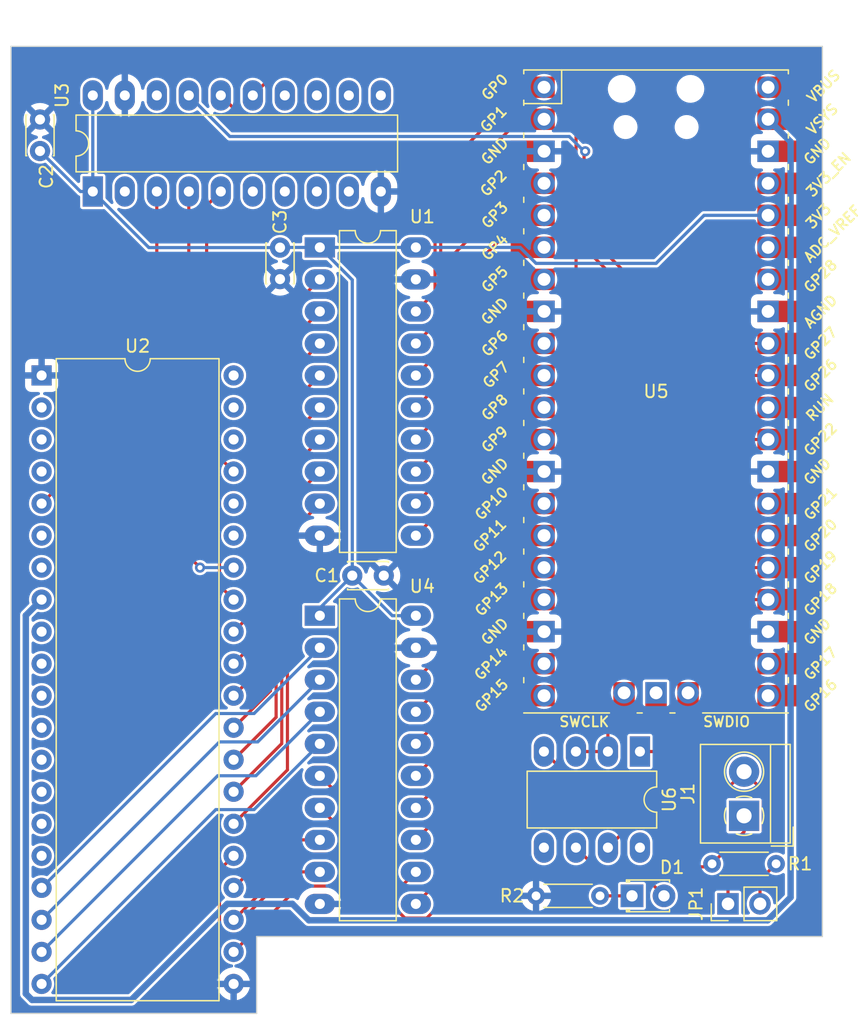
<source format=kicad_pcb>
(kicad_pcb (version 20210424) (generator pcbnew)
  (layers (0 "F.Cu" signal) (31 "B.Cu" signal) (34 "B.Paste" user) (35 "F.Paste" user) (36 "B.SilkS" user "B.Silkscreen") (37 "F.SilkS" user "F.Silkscreen") (38 "B.Mask" user) (39 "F.Mask" user) (44 "Edge.Cuts" user))
  (net 0 "")
  (net 1 "GND")
  (net 2 "Net-(U2-Pad20)")
  (net 3 "Net-(J1-Pad1)")
  (net 4 "Net-(U2-Pad19)")
  (net 5 "Net-(U2-Pad18)")
  (net 6 "Net-(U2-Pad17)")
  (net 7 "Net-(U2-Pad34)")
  (net 8 "Net-(J1-Pad2)")
  (net 9 "Net-(U1-Pad2)")
  (net 10 "Net-(U1-Pad3)")
  (net 11 "Net-(U1-Pad4)")
  (net 12 "Net-(U1-Pad5)")
  (net 13 "Net-(U1-Pad6)")
  (net 14 "Net-(U1-Pad7)")
  (net 15 "Net-(U2-Pad25)")
  (net 16 "Net-(U2-Pad5)")
  (net 17 "Net-(U2-Pad24)")
  (net 18 "Net-(U2-Pad23)")
  (net 19 "Net-(U2-Pad22)")
  (net 20 "+3V3")
  (net 21 "Net-(U2-Pad37)")
  (net 22 "/cpu/D7")
  (net 23 "/cpu/D6")
  (net 24 "/cpu/D5")
  (net 25 "/cpu/D4")
  (net 26 "/cpu/D3")
  (net 27 "/cpu/D2")
  (net 28 "/cpu/D1")
  (net 29 "/cpu/D0")
  (net 30 "Net-(U5-Pad21)")
  (net 31 "Net-(U5-Pad22)")
  (net 32 "Net-(U5-Pad24)")
  (net 33 "Net-(D1-Pad2)")
  (net 34 "+5V")
  (net 35 "/cpu/A15")
  (net 36 "/cpu/A14")
  (net 37 "/cpu/A13")
  (net 38 "/cpu/A12")
  (net 39 "/cpu/A11")
  (net 40 "/cpu/A10")
  (net 41 "/cpu/A9")
  (net 42 "/cpu/A8")
  (net 43 "Net-(U1-Pad8)")
  (net 44 "Net-(U1-Pad9)")
  (net 45 "Net-(D1-Pad1)")
  (net 46 "Net-(R1-Pad2)")
  (net 57 "/cpu/E")
  (net 58 "/cpu/R{slash}W")
  (net 59 "/cpu/VMA")
  (footprint "Connector_PinHeader_2.54mm:PinHeader_1x02_P2.54mm_Vertical" (layer "F.Cu") (at 145.41 143.51 90)
    (fp_text reference "JP1")
    (fp_text value "Jumper")
  )
  (footprint "Package_DIP:DIP-8_W7.62mm_LongPads" (layer "F.Cu") (at 138.42 131.43 -90)
    (fp_text reference "U6")
    (fp_text value "MAX485E")
  )
  (footprint "Package_DIP:DIP-20_W7.62mm_LongPads" (layer "F.Cu") (at 113.015 120.655)
    (fp_text reference "U4")
    (fp_text value "74HC245")
  )
  (footprint "Resistor_THT:R_Axial_DIN0204_L3.6mm_D1.6mm_P5.08mm_Horizontal" (layer "F.Cu") (at 135.255 142.875 180)
    (fp_text reference "R2")
    (fp_text value "R")
  )
  (footprint "Package_DIP:DIP-20_W7.62mm_LongPads" (layer "F.Cu") (at 113.015 91.445)
    (fp_text reference "U1")
    (fp_text value "74HC245")
  )
  (footprint "TerminalBlock_4Ucon:TerminalBlock_4Ucon_1x02_P3.50mm_Horizontal" (layer "F.Cu") (at 146.685 136.525 90)
    (fp_text reference "J1")
    (fp_text value "Screw_Terminal_01x02")
  )
  (footprint "MCU_RaspberryPi_and_Boards:RPi_Pico_SMD_TH" (layer "F.Cu") (at 139.7 102.87)
    (fp_text reference "U5")
    (fp_text value "Pico")
  )
  (footprint "Capacitor_THT:C_Disc_D3.0mm_W2.0mm_P2.50mm" (layer "F.Cu") (at 109.855 91.46 -90)
    (fp_text reference "C3")
    (fp_text value "100n")
  )
  (footprint "Capacitor_THT:C_Disc_D3.0mm_W2.0mm_P2.50mm" (layer "F.Cu") (at 115.59 117.475)
    (fp_text reference "C1")
    (fp_text value "100n")
  )
  (footprint "LED_THT:LED_D1.8mm_W3.3mm_H2.4mm" (layer "F.Cu") (at 137.79 142.875)
    (fp_text reference "D1")
    (fp_text value "LED")
  )
  (footprint "Package_DIP:DIP-20_W7.62mm_LongPads" (layer "F.Cu") (at 94.996 87.01 90)
    (fp_text reference "U3")
    (fp_text value "74HC245")
  )
  (footprint "Capacitor_THT:C_Disc_D3.0mm_W2.0mm_P2.50mm" (layer "F.Cu") (at 90.805 83.8 90)
    (fp_text reference "C2")
    (fp_text value "100n")
  )
  (footprint "Package_DIP:DIP-40_W15.24mm" (layer "F.Cu") (at 90.932 101.6)
    (fp_text reference "U2")
    (fp_text value "6808")
  )
  (footprint "Resistor_THT:R_Axial_DIN0204_L3.6mm_D1.6mm_P5.08mm_Horizontal" (layer "F.Cu") (at 144.145 140.335)
    (fp_text reference "R1")
    (fp_text value "R")
  )
  (gr_line (start 88.5 152.2) (end 108 152.2) (layer "Edge.Cuts") (width 0.1))
  (gr_line (start 108 152.2) (end 108 146.1) (layer "Edge.Cuts") (width 0.1))
  (gr_line (start 152.9 75.5) (end 88.5 75.5) (layer "Edge.Cuts") (width 0.1))
  (gr_line (start 152.9 146.1) (end 152.9 75.5) (layer "Edge.Cuts") (width 0.1))
  (gr_line (start 88.5 75.5) (end 88.5 152.2) (layer "Edge.Cuts") (width 0.1))
  (gr_line (start 108 146.1) (end 152.9 146.1) (layer "Edge.Cuts") (width 0.1))
  (segment (start 104.756511 136.035489) (end 107.794511 136.035489) (width 0.25) (layer "B.Cu") (net 2))
  (segment (start 90.932 149.86) (end 104.756511 136.035489) (width 0.25) (layer "B.Cu") (net 2))
  (segment (start 107.794511 136.035489) (end 113.015 130.815) (width 0.25) (layer "B.Cu") (net 2))
  (segment (start 144.145 140.335) (end 146.685 137.795) (width 0.25) (layer "F.Cu") (net 3))
  (segment (start 143.90548 140.57452) (end 144.145 140.335) (width 0.25) (layer "F.Cu") (net 3))
  (segment (start 133.34 139.05) (end 134.86452 140.57452) (width 0.25) (layer "F.Cu") (net 3))
  (segment (start 146.685 137.795) (end 146.685 136.525) (width 0.25) (layer "F.Cu") (net 3))
  (segment (start 134.86452 140.57452) (end 143.90548 140.57452) (width 0.25) (layer "F.Cu") (net 3))
  (segment (start 107.94 133.35) (end 113.015 128.275) (width 0.25) (layer "B.Cu") (net 4))
  (segment (start 104.902 133.35) (end 107.94 133.35) (width 0.25) (layer "B.Cu") (net 4))
  (segment (start 90.932 147.32) (end 104.902 133.35) (width 0.25) (layer "B.Cu") (net 4))
  (segment (start 108.085489 130.664511) (end 113.015 125.735) (width 0.25) (layer "B.Cu") (net 5))
  (segment (start 105.047489 130.664511) (end 108.085489 130.664511) (width 0.25) (layer "B.Cu") (net 5))
  (segment (start 90.932 144.78) (end 105.047489 130.664511) (width 0.25) (layer "B.Cu") (net 5))
  (segment (start 107.794511 128.415489) (end 113.015 123.195) (width 0.25) (layer "B.Cu") (net 6))
  (segment (start 90.932 142.24) (end 104.756511 128.415489) (width 0.25) (layer "B.Cu") (net 6))
  (segment (start 104.756511 128.415489) (end 107.794511 128.415489) (width 0.25) (layer "B.Cu") (net 6))
  (segment (start 102.616 87.01) (end 102.616 115.951) (width 0.25) (layer "F.Cu") (net 7))
  (segment (start 102.616 115.951) (end 103.505 116.84) (width 0.25) (layer "F.Cu") (net 7))
  (via (at 103.505 116.84) (size 0.8) (drill 0.4) (layers "F.Cu" "B.Cu") (net 7))
  (segment (start 103.505 116.84) (end 106.172 116.84) (width 0.25) (layer "B.Cu") (net 7))
  (segment (start 145.41 143.51) (end 145.41 140.78412) (width 0.25) (layer "F.Cu") (net 8))
  (segment (start 148.209511 137.984609) (end 148.209511 134.549511) (width 0.25) (layer "F.Cu") (net 8))
  (segment (start 135.88 139.05) (end 137.40452 137.52548) (width 0.25) (layer "F.Cu") (net 8))
  (segment (start 148.209511 134.549511) (end 146.685 133.025) (width 0.25) (layer "F.Cu") (net 8))
  (segment (start 145.41 140.78412) (end 148.209511 137.984609) (width 0.25) (layer "F.Cu") (net 8))
  (segment (start 137.40452 137.52548) (end 142.18452 137.52548) (width 0.25) (layer "F.Cu") (net 8))
  (segment (start 142.18452 137.52548) (end 146.685 133.025) (width 0.25) (layer "F.Cu") (net 8))
  (segment (start 105.705327 110.635489) (end 105.047489 111.293327) (width 0.25) (layer "F.Cu") (net 9))
  (segment (start 107.296511 99.703489) (end 107.296511 109.832162) (width 0.25) (layer "F.Cu") (net 9))
  (segment (start 105.047489 118.255489) (end 106.172 119.38) (width 0.25) (layer "F.Cu") (net 9))
  (segment (start 106.493184 110.635489) (end 105.705327 110.635489) (width 0.25) (layer "F.Cu") (net 9))
  (segment (start 107.296511 109.832162) (end 106.493184 110.635489) (width 0.25) (layer "F.Cu") (net 9))
  (segment (start 105.047489 111.293327) (end 105.047489 118.255489) (width 0.25) (layer "F.Cu") (net 9))
  (segment (start 113.015 93.985) (end 107.296511 99.703489) (width 0.25) (layer "F.Cu") (net 9))
  (segment (start 113.015 96.525) (end 107.746031 101.793969) (width 0.25) (layer "F.Cu") (net 10))
  (segment (start 107.746031 101.793969) (end 107.746031 120.345969) (width 0.25) (layer "F.Cu") (net 10))
  (segment (start 107.746031 120.345969) (end 106.172 121.92) (width 0.25) (layer "F.Cu") (net 10))
  (segment (start 108.195551 103.884449) (end 108.195551 122.436449) (width 0.25) (layer "F.Cu") (net 11))
  (segment (start 113.015 99.065) (end 108.195551 103.884449) (width 0.25) (layer "F.Cu") (net 11))
  (segment (start 108.195551 122.436449) (end 106.172 124.46) (width 0.25) (layer "F.Cu") (net 11))
  (segment (start 113.015 101.605) (end 108.645071 105.974929) (width 0.25) (layer "F.Cu") (net 12))
  (segment (start 108.645071 105.974929) (end 108.645071 124.526929) (width 0.25) (layer "F.Cu") (net 12))
  (segment (start 108.645071 124.526929) (end 106.172 127) (width 0.25) (layer "F.Cu") (net 12))
  (segment (start 109.094591 126.617409) (end 106.172 129.54) (width 0.25) (layer "F.Cu") (net 13))
  (segment (start 113.015 104.145) (end 109.094591 108.065409) (width 0.25) (layer "F.Cu") (net 13))
  (segment (start 109.094591 108.065409) (end 109.094591 126.617409) (width 0.25) (layer "F.Cu") (net 13))
  (segment (start 109.544111 128.707889) (end 106.172 132.08) (width 0.25) (layer "F.Cu") (net 14))
  (segment (start 113.015 106.685) (end 109.544111 110.155889) (width 0.25) (layer "F.Cu") (net 14))
  (segment (start 109.544111 110.155889) (end 109.544111 128.707889) (width 0.25) (layer "F.Cu") (net 14))
  (segment (start 107.378859 145.164325) (end 107.378859 144.208859) (width 0.25) (layer "F.Cu") (net 15))
  (segment (start 106.638673 145.904511) (end 107.378859 145.164325) (width 0.25) (layer "F.Cu") (net 15))
  (segment (start 105.047489 145.687489) (end 105.264511 145.904511) (width 0.25) (layer "F.Cu") (net 15))
  (segment (start 106.172 139.7) (end 105.047489 140.824511) (width 0.25) (layer "F.Cu") (net 15))
  (segment (start 105.047489 140.824511) (end 105.047489 145.687489) (width 0.25) (layer "F.Cu") (net 15))
  (segment (start 105.264511 145.904511) (end 106.638673 145.904511) (width 0.25) (layer "F.Cu") (net 15))
  (segment (start 107.378859 144.208859) (end 110.612718 140.975) (width 0.25) (layer "F.Cu") (net 15))
  (segment (start 110.612718 140.975) (end 113.015 140.975) (width 0.25) (layer "F.Cu") (net 15))
  (segment (start 90.932 111.76) (end 100.076 102.616) (width 0.25) (layer "F.Cu") (net 16))
  (segment (start 100.076 102.616) (end 100.076 87.01) (width 0.25) (layer "F.Cu") (net 16))
  (segment (start 109.977 138.435) (end 113.015 138.435) (width 0.25) (layer "F.Cu") (net 17))
  (segment (start 106.172 142.24) (end 109.977 138.435) (width 0.25) (layer "F.Cu") (net 17))
  (segment (start 106.172 144.78) (end 111.39248 139.55952) (width 0.25) (layer "F.Cu") (net 18))
  (segment (start 114.53952 137.41952) (end 113.015 135.895) (width 0.25) (layer "F.Cu") (net 18))
  (segment (start 111.39248 139.55952) (end 113.880791 139.55952) (width 0.25) (layer "F.Cu") (net 18))
  (segment (start 113.880791 139.55952) (end 114.53952 138.900791) (width 0.25) (layer "F.Cu") (net 18))
  (segment (start 114.53952 138.900791) (end 114.53952 137.41952) (width 0.25) (layer "F.Cu") (net 18))
  (segment (start 114.98904 135.32904) (end 113.015 133.355) (width 0.25) (layer "F.Cu") (net 19))
  (segment (start 111.39248 142.09952) (end 113.880791 142.09952) (width 0.25) (layer "F.Cu") (net 19))
  (segment (start 106.172 147.32) (end 111.39248 142.09952) (width 0.25) (layer "F.Cu") (net 19))
  (segment (start 114.98904 140.991271) (end 114.98904 135.32904) (width 0.25) (layer "F.Cu") (net 19))
  (segment (start 113.880791 142.09952) (end 114.98904 140.991271) (width 0.25) (layer "F.Cu") (net 19))
  (segment (start 109.855 91.46) (end 99.446 91.46) (width 0.254) (layer "B.Cu") (net 20))
  (segment (start 113.015 91.445) (end 109.87 91.445) (width 0.254) (layer "B.Cu") (net 20))
  (segment (start 90.805 83.8) (end 94.015 87.01) (width 0.254) (layer "B.Cu") (net 20))
  (segment (start 139.7 92.71) (end 130.175 92.71) (width 0.254) (layer "B.Cu") (net 20))
  (segment (start 115.59 117.475) (end 115.59 94.02) (width 0.254) (layer "B.Cu") (net 20))
  (segment (start 128.91 91.445) (end 120.635 91.445) (width 0.254) (layer "B.Cu") (net 20))
  (segment (start 113.015 120.05) (end 115.59 117.475) (width 0.254) (layer "B.Cu") (net 20))
  (segment (start 130.175 92.71) (end 128.91 91.445) (width 0.254) (layer "B.Cu") (net 20))
  (segment (start 118.77 120.655) (end 115.59 117.475) (width 0.254) (layer "B.Cu") (net 20))
  (segment (start 143.51 88.9) (end 139.7 92.71) (width 0.254) (layer "B.Cu") (net 20))
  (segment (start 99.446 91.46) (end 94.996 87.01) (width 0.254) (layer "B.Cu") (net 20))
  (segment (start 109.87 91.445) (end 109.855 91.46) (width 0.254) (layer "B.Cu") (net 20))
  (segment (start 94.996 87.01) (end 94.996 79.39) (width 0.254) (layer "B.Cu") (net 20))
  (segment (start 148.59 88.9) (end 143.51 88.9) (width 0.254) (layer "B.Cu") (net 20))
  (segment (start 120.635 120.655) (end 118.77 120.655) (width 0.254) (layer "B.Cu") (net 20))
  (segment (start 113.015 120.655) (end 113.015 120.05) (width 0.254) (layer "B.Cu") (net 20))
  (segment (start 115.59 94.02) (end 113.015 91.445) (width 0.254) (layer "B.Cu") (net 20))
  (segment (start 113.015 91.445) (end 120.635 91.445) (width 0.254) (layer "B.Cu") (net 20))
  (segment (start 94.015 87.01) (end 94.996 87.01) (width 0.254) (layer "B.Cu") (net 20))
  (segment (start 106.172 109.22) (end 104.775 107.823) (width 0.25) (layer "F.Cu") (net 21))
  (segment (start 104.775 107.315) (end 104.03148 106.57148) (width 0.25) (layer "F.Cu") (net 21))
  (segment (start 104.03148 88.13452) (end 105.156 87.01) (width 0.25) (layer "F.Cu") (net 21))
  (segment (start 104.775 107.823) (end 104.775 107.315) (width 0.25) (layer "F.Cu") (net 21))
  (segment (start 104.03148 106.57148) (end 104.03148 88.13452) (width 0.25) (layer "F.Cu") (net 21))
  (segment (start 125.80856 105.05732) (end 125.80856 109.13144) (width 0.25) (layer "F.Cu") (net 22))
  (segment (start 125.80856 109.13144) (end 120.635 114.305) (width 0.25) (layer "F.Cu") (net 22))
  (segment (start 130.81 101.6) (end 129.26588 101.6) (width 0.25) (layer "F.Cu") (net 22))
  (segment (start 129.26588 101.6) (end 125.80856 105.05732) (width 0.25) (layer "F.Cu") (net 22))
  (segment (start 125.35904 102.96684) (end 125.35904 107.04096) (width 0.25) (layer "F.Cu") (net 23))
  (segment (start 129.26588 99.06) (end 125.35904 102.96684) (width 0.25) (layer "F.Cu") (net 23))
  (segment (start 130.81 99.06) (end 129.26588 99.06) (width 0.25) (layer "F.Cu") (net 23))
  (segment (start 125.35904 107.04096) (end 120.635 111.765) (width 0.25) (layer "F.Cu") (net 23))
  (segment (start 130.81 93.98) (end 129.26588 93.98) (width 0.25) (layer "F.Cu") (net 24))
  (segment (start 124.90952 104.95048) (end 120.635 109.225) (width 0.25) (layer "F.Cu") (net 24))
  (segment (start 129.26588 93.98) (end 124.90952 98.33636) (width 0.25) (layer "F.Cu") (net 24))
  (segment (start 124.90952 98.33636) (end 124.90952 104.95048) (width 0.25) (layer "F.Cu") (net 24))
  (segment (start 129.26588 91.44) (end 124.46 96.24588) (width 0.25) (layer "F.Cu") (net 25))
  (segment (start 124.46 96.24588) (end 124.46 102.86) (width 0.25) (layer "F.Cu") (net 25))
  (segment (start 124.46 102.86) (end 120.635 106.685) (width 0.25) (layer "F.Cu") (net 25))
  (segment (start 130.81 91.44) (end 129.26588 91.44) (width 0.25) (layer "F.Cu") (net 25))
  (segment (start 129.26588 88.9) (end 123.50808 94.6578) (width 0.25) (layer "F.Cu") (net 26))
  (segment (start 123.50808 101.27192) (end 120.635 104.145) (width 0.25) (layer "F.Cu") (net 26))
  (segment (start 123.50808 94.6578) (end 123.50808 101.27192) (width 0.25) (layer "F.Cu") (net 26))
  (segment (start 130.81 88.9) (end 129.26588 88.9) (width 0.25) (layer "F.Cu") (net 26))
  (segment (start 123.05856 99.18144) (end 120.635 101.605) (width 0.25) (layer "F.Cu") (net 27))
  (segment (start 130.81 86.36) (end 129.26588 86.36) (width 0.25) (layer "F.Cu") (net 27))
  (segment (start 123.05856 92.56732) (end 123.05856 99.18144) (width 0.25) (layer "F.Cu") (net 27))
  (segment (start 129.26588 86.36) (end 123.05856 92.56732) (width 0.25) (layer "F.Cu") (net 27))
  (segment (start 130.81 81.28) (end 128.905 81.28) (width 0.25) (layer "F.Cu") (net 28))
  (segment (start 128.905 81.28) (end 122.60904 87.57596) (width 0.25) (layer "F.Cu") (net 28))
  (segment (start 122.60904 87.57596) (end 122.60904 97.09096) (width 0.25) (layer "F.Cu") (net 28))
  (segment (start 122.60904 97.09096) (end 120.635 99.065) (width 0.25) (layer "F.Cu") (net 28))
  (segment (start 129.26588 78.74) (end 122.15952 85.84636) (width 0.25) (layer "F.Cu") (net 29))
  (segment (start 122.15952 95.00048) (end 120.635 96.525) (width 0.25) (layer "F.Cu") (net 29))
  (segment (start 122.15952 85.84636) (end 122.15952 95.00048) (width 0.25) (layer "F.Cu") (net 29))
  (segment (start 130.81 78.74) (end 129.26588 78.74) (width 0.25) (layer "F.Cu") (net 29))
  (segment (start 132.72 133.35) (end 130.8 131.43) (width 0.25) (layer "F.Cu") (net 30))
  (segment (start 148.59 127) (end 142.24 133.35) (width 0.25) (layer "F.Cu") (net 30))
  (segment (start 142.24 133.35) (end 132.72 133.35) (width 0.25) (layer "F.Cu") (net 30))
  (segment (start 148.59 124.46) (end 148.59 124.50412) (width 0.25) (layer "F.Cu") (net 31))
  (segment (start 141.66412 131.43) (end 138.42 131.43) (width 0.25) (layer "F.Cu") (net 31))
  (segment (start 148.59 124.50412) (end 141.66412 131.43) (width 0.25) (layer "F.Cu") (net 31))
  (segment (start 135.88 131.43) (end 135.88 125.76588) (width 0.25) (layer "F.Cu") (net 32))
  (segment (start 135.88 131.43) (end 133.34 131.43) (width 0.25) (layer "F.Cu") (net 32))
  (segment (start 142.26588 119.38) (end 148.59 119.38) (width 0.25) (layer "F.Cu") (net 32))
  (segment (start 135.88 125.76588) (end 142.26588 119.38) (width 0.25) (layer "F.Cu") (net 32))
  (segment (start 139.06 141.605) (end 131.364689 141.605) (width 0.25) (layer "F.Cu") (net 33))
  (segment (start 129.54 130.699689) (end 131.334689 128.905) (width 0.25) (layer "F.Cu") (net 33))
  (segment (start 144.145717 116.84) (end 148.59 116.84) (width 0.25) (layer "F.Cu") (net 33))
  (segment (start 131.334689 128.905) (end 132.080717 128.905) (width 0.25) (layer "F.Cu") (net 33))
  (segment (start 140.33 142.875) (end 139.06 141.605) (width 0.25) (layer "F.Cu") (net 33))
  (segment (start 132.080717 128.905) (end 144.145717 116.84) (width 0.25) (layer "F.Cu") (net 33))
  (segment (start 131.364689 141.605) (end 129.54 139.780311) (width 0.25) (layer "F.Cu") (net 33))
  (segment (start 129.54 139.780311) (end 129.54 130.699689) (width 0.25) (layer "F.Cu") (net 33))
  (segment (start 150.378511 83.068511) (end 148.59 81.28) (width 0.508) (layer "B.Cu") (net 34))
  (segment (start 90.932 119.38) (end 89.678489 120.633511) (width 0.508) (layer "B.Cu") (net 34))
  (segment (start 148.556489 144.813511) (end 150.378511 142.991489) (width 0.508) (layer "B.Cu") (net 34))
  (segment (start 150.378511 142.991489) (end 150.378511 83.068511) (width 0.508) (layer "B.Cu") (net 34))
  (segment (start 110.837256 143.51) (end 112.140767 144.813511) (width 0.508) (layer "B.Cu") (net 34))
  (segment (start 89.678489 120.633511) (end 89.678489 150.638489) (width 0.508) (layer "B.Cu") (net 34))
  (segment (start 89.678489 150.638489) (end 90.17 151.13) (width 0.508) (layer "B.Cu") (net 34))
  (segment (start 105.668281 143.51) (end 110.837256 143.51) (width 0.508) (layer "B.Cu") (net 34))
  (segment (start 98.048281 151.13) (end 105.668281 143.51) (width 0.508) (layer "B.Cu") (net 34))
  (segment (start 90.17 151.13) (end 98.048281 151.13) (width 0.508) (layer "B.Cu") (net 34))
  (segment (start 112.140767 144.813511) (end 148.556489 144.813511) (width 0.508) (layer "B.Cu") (net 34))
  (segment (start 130.81 127) (end 128.27 129.54) (width 0.25) (layer "F.Cu") (net 35))
  (segment (start 128.27 129.54) (end 128.27 135.88) (width 0.25) (layer "F.Cu") (net 35))
  (segment (start 128.27 135.88) (end 120.635 143.515) (width 0.25) (layer "F.Cu") (net 35))
  (segment (start 119.11048 143.980791) (end 119.11048 142.49952) (width 0.25) (layer "F.Cu") (net 36))
  (segment (start 132.08 128.27) (end 132.08 125.73) (width 0.25) (layer "F.Cu") (net 36))
  (segment (start 128.71952 137.420791) (end 121.500791 144.63952) (width 0.25) (layer "F.Cu") (net 36))
  (segment (start 128.71952 130.884452) (end 131.333972 128.27) (width 0.25) (layer "F.Cu") (net 36))
  (segment (start 119.769209 144.63952) (end 119.11048 143.980791) (width 0.25) (layer "F.Cu") (net 36))
  (segment (start 119.11048 142.49952) (end 120.635 140.975) (width 0.25) (layer "F.Cu") (net 36))
  (segment (start 132.08 125.73) (end 130.81 124.46) (width 0.25) (layer "F.Cu") (net 36))
  (segment (start 128.71952 137.420791) (end 128.71952 130.884452) (width 0.25) (layer "F.Cu") (net 36))
  (segment (start 121.500791 144.63952) (end 119.769209 144.63952) (width 0.25) (layer "F.Cu") (net 36))
  (segment (start 131.333972 128.27) (end 132.08 128.27) (width 0.25) (layer "F.Cu") (net 36))
  (segment (start 127.635 121.01088) (end 127.635 131.435) (width 0.25) (layer "F.Cu") (net 37))
  (segment (start 127.635 131.435) (end 120.635 138.435) (width 0.25) (layer "F.Cu") (net 37))
  (segment (start 130.81 119.38) (end 129.26588 119.38) (width 0.25) (layer "F.Cu") (net 37))
  (segment (start 129.26588 119.38) (end 127.635 121.01088) (width 0.25) (layer "F.Cu") (net 37))
  (segment (start 126.81452 119.29136) (end 126.81452 129.71548) (width 0.25) (layer "F.Cu") (net 38))
  (segment (start 129.26588 116.84) (end 126.81452 119.29136) (width 0.25) (layer "F.Cu") (net 38))
  (segment (start 126.81452 129.71548) (end 120.635 135.895) (width 0.25) (layer "F.Cu") (net 38))
  (segment (start 130.81 116.84) (end 129.26588 116.84) (width 0.25) (layer "F.Cu") (net 38))
  (segment (start 126.365 127.625) (end 120.635 133.355) (width 0.25) (layer "F.Cu") (net 39))
  (segment (start 129.26588 114.3) (end 126.365 117.20088) (width 0.25) (layer "F.Cu") (net 39))
  (segment (start 130.81 114.3) (end 129.26588 114.3) (width 0.25) (layer "F.Cu") (net 39))
  (segment (start 126.365 117.20088) (end 126.365 127.625) (width 0.25) (layer "F.Cu") (net 39))
  (segment (start 126.365 111.76) (end 125.73 112.395) (width 0.25) (layer "F.Cu") (net 40))
  (segment (start 125.73 125.72) (end 120.635 130.815) (width 0.25) (layer "F.Cu") (net 40))
  (segment (start 130.81 111.76) (end 126.365 111.76) (width 0.25) (layer "F.Cu") (net 40))
  (segment (start 125.73 112.395) (end 125.73 125.72) (width 0.25) (layer "F.Cu") (net 40))
  (segment (start 129.26588 106.68) (end 127 108.94588) (width 0.25) (layer "F.Cu") (net 41))
  (segment (start 127 109.855717) (end 125.095359 111.760359) (width 0.25) (layer "F.Cu") (net 41))
  (segment (start 130.81 106.68) (end 129.26588 106.68) (width 0.25) (layer "F.Cu") (net 41))
  (segment (start 125.095359 111.760359) (end 125.095359 123.814641) (width 0.25) (layer "F.Cu") (net 41))
  (segment (start 127 108.94588) (end 127 109.855717) (width 0.25) (layer "F.Cu") (net 41))
  (segment (start 125.095359 123.814641) (end 120.635 128.275) (width 0.25) (layer "F.Cu") (net 41))
  (segment (start 126.365 107.04088) (end 126.365 109.855) (width 0.25) (layer "F.Cu") (net 42))
  (segment (start 130.81 104.14) (end 129.26588 104.14) (width 0.25) (layer "F.Cu") (net 42))
  (segment (start 124.46 121.91) (end 120.635 125.735) (width 0.25) (layer "F.Cu") (net 42))
  (segment (start 124.46 111.76) (end 124.46 121.91) (width 0.25) (layer "F.Cu") (net 42))
  (segment (start 126.365 109.855) (end 124.46 111.76) (width 0.25) (layer "F.Cu") (net 42))
  (segment (start 129.26588 104.14) (end 126.365 107.04088) (width 0.25) (layer "F.Cu") (net 42))
  (segment (start 113.015 109.225) (end 109.993631 112.246369) (width 0.25) (layer "F.Cu") (net 43))
  (segment (start 109.993631 130.798369) (end 106.172 134.62) (width 0.25) (layer "F.Cu") (net 43))
  (segment (start 109.993631 112.246369) (end 109.993631 130.798369) (width 0.25) (layer "F.Cu") (net 43))
  (segment (start 113.015 111.765) (end 110.443151 114.336849) (width 0.25) (layer "F.Cu") (net 44))
  (segment (start 110.443151 114.336849) (end 110.443151 132.888849) (width 0.25) (layer "F.Cu") (net 44))
  (segment (start 110.443151 132.888849) (end 106.172 137.16) (width 0.25) (layer "F.Cu") (net 44))
  (segment (start 135.255 142.875) (end 137.79 142.875) (width 0.25) (layer "F.Cu") (net 45))
  (segment (start 147.95 143.51) (end 147.95 141.61) (width 0.25) (layer "F.Cu") (net 46))
  (segment (start 147.95 141.61) (end 149.225 140.335) (width 0.25) (layer "F.Cu") (net 46))
  (segment (start 110.251 76.835) (end 133.35 76.835) (width 0.25) (layer "F.Cu") (net 57))
  (segment (start 142.875 99.06) (end 148.59 99.06) (width 0.25) (layer "F.Cu") (net 57))
  (segment (start 133.985 82.705751) (end 134.799011 83.519762) (width 0.25) (layer "F.Cu") (net 57))
  (segment (start 133.985 77.47) (end 133.985 82.705751) (width 0.25) (layer "F.Cu") (net 57))
  (segment (start 134.799011 90.984011) (end 142.875 99.06) (width 0.25) (layer "F.Cu") (net 57))
  (segment (start 134.799011 83.519762) (end 134.799011 90.984011) (width 0.25) (layer "F.Cu") (net 57))
  (segment (start 133.35 76.835) (end 133.985 77.47) (width 0.25) (layer "F.Cu") (net 57))
  (segment (start 107.696 79.39) (end 110.251 76.835) (width 0.25) (layer "F.Cu") (net 57))
  (segment (start 106.68052 80.91452) (end 110.85548 80.91452) (width 0.25) (layer "F.Cu") (net 58))
  (segment (start 112.395 77.47) (end 132.715 77.47) (width 0.25) (layer "F.Cu") (net 58))
  (segment (start 105.156 79.39) (end 106.68052 80.91452) (width 0.25) (layer "F.Cu") (net 58))
  (segment (start 133.35 93.345) (end 146.685 106.68) (width 0.25) (layer "F.Cu") (net 58))
  (segment (start 146.685 106.68) (end 148.59 106.68) (width 0.25) (layer "F.Cu") (net 58))
  (segment (start 133.35 78.105) (end 133.35 93.345) (width 0.25) (layer "F.Cu") (net 58))
  (segment (start 110.85548 80.91452) (end 111.65148 80.11852) (width 0.25) (layer "F.Cu") (net 58))
  (segment (start 132.715 77.47) (end 133.35 78.105) (width 0.25) (layer "F.Cu") (net 58))
  (segment (start 111.65148 80.11852) (end 111.65148 78.21352) (width 0.25) (layer "F.Cu") (net 58))
  (segment (start 111.65148 78.21352) (end 112.395 77.47) (width 0.25) (layer "F.Cu") (net 58))
  (segment (start 133.985 88.9) (end 133.985 83.9095) (width 0.25) (layer "F.Cu") (net 59))
  (segment (start 133.985 83.9095) (end 134.0745 83.82) (width 0.25) (layer "F.Cu") (net 59))
  (segment (start 133.985 91.440717) (end 133.985 88.9) (width 0.25) (layer "F.Cu") (net 59))
  (segment (start 148.59 101.6) (end 144.144283 101.6) (width 0.25) (layer "F.Cu") (net 59))
  (segment (start 144.144283 101.6) (end 133.985 91.440717) (width 0.25) (layer "F.Cu") (net 59))
  (via (at 134.0745 83.82) (size 0.8) (drill 0.4) (layers "F.Cu" "B.Cu") (net 59))
  (segment (start 134.0745 83.82) (end 133.985 83.82) (width 0.25) (layer "B.Cu") (net 59))
  (segment (start 102.616 79.39) (end 105.871489 82.645489) (width 0.25) (layer "B.Cu") (net 59))
  (segment (start 133.985 83.82) (end 132.810489 82.645489) (width 0.25) (layer "B.Cu") (net 59))
  (segment (start 105.871489 82.645489) (end 132.810489 82.645489) (width 0.25) (layer "B.Cu") (net 59))
  (zone (net 1) (net_name "GND") (layer "B.Cu") (connect_pads (clearance 0)) (min_thickness 0.254) (fill yes (thermal_gap 0.508) (thermal_bridge_width 0.508))
    (polygon (pts (xy 154.305 153.035) (xy 87.63 153.035) (xy 87.63 74.295) (xy 154.305 74.295)))
  )
)
</source>
